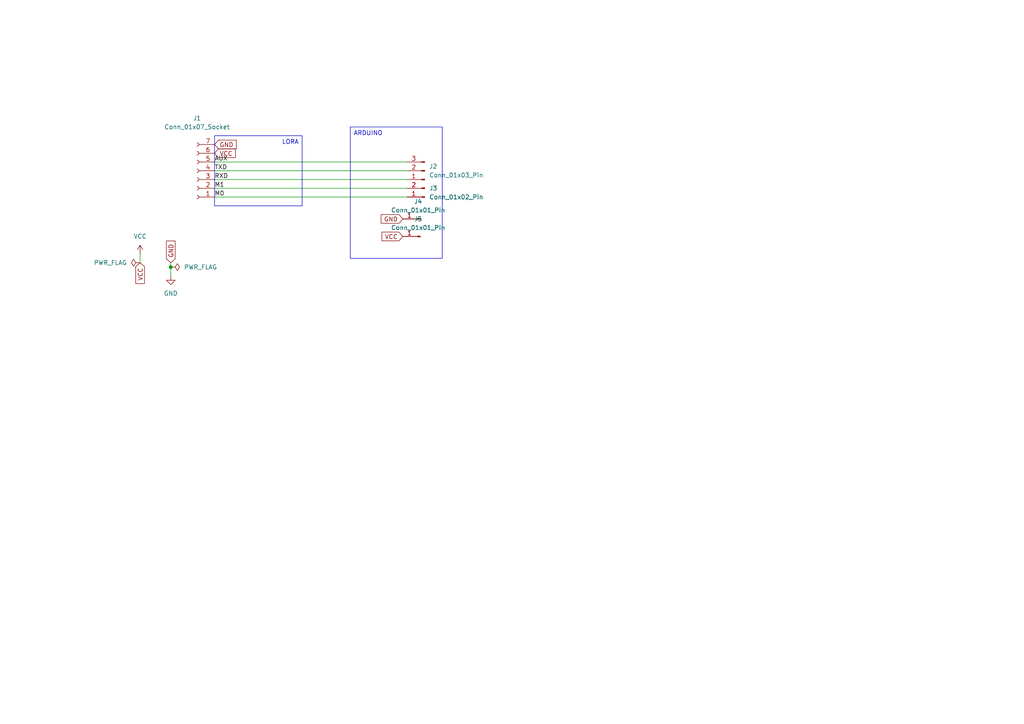
<source format=kicad_sch>
(kicad_sch (version 20230121) (generator eeschema)
  (paper "A4")
  (title_block (title "Projeto Teste LORA") (company "ANTARES") (comment 4 "Author: Gabriel Dias Vasconcelos"))
  (lib_symbols
    (symbol "Connector:Conn_01x01_Pin" (pin_names (offset 1.016) hide)
      (property "Reference" "J" (at 0 2.54 0))
      (property "Value" "Conn_01x01_Pin" (at 0 -2.54 0))
      (symbol "Conn_01x01_Pin_1_1"
        (polyline (pts (xy 1.27 0) (xy 0.8636 0)) (stroke (width 0.1524)))
        (rectangle (start 0.8636 0.127) (end 0 -0.127) (stroke (width 0.1524)) (fill (type outline)))
        (pin passive line (at 5.08 0 180) (length 3.81) (name "Pin_1") (number "1"))
      )
    )
    (symbol "Connector:Conn_01x02_Pin" (pin_names (offset 1.016) hide)
      (property "Reference" "J" (at 0 2.54 0))
      (property "Value" "Conn_01x02_Pin" (at 0 -5.08 0))
      (symbol "Conn_01x02_Pin_1_1"
        (polyline (pts (xy 1.27 -2.54) (xy 0.8636 -2.54)) (stroke (width 0.1524)))
        (polyline (pts (xy 1.27 0) (xy 0.8636 0)) (stroke (width 0.1524)))
        (rectangle (start 0.8636 -2.413) (end 0 -2.667) (stroke (width 0.1524)) (fill (type outline)))
        (rectangle (start 0.8636 0.127) (end 0 -0.127) (stroke (width 0.1524)) (fill (type outline)))
        (pin passive line (at 5.08 0 180) (length 3.81) (name "Pin_1") (number "1"))
        (pin passive line (at 5.08 -2.54 180) (length 3.81) (name "Pin_2") (number "2"))
      )
    )
    (symbol "Connector:Conn_01x03_Pin" (pin_names (offset 1.016) hide)
      (property "Reference" "J" (at 0 5.08 0))
      (property "Value" "Conn_01x03_Pin" (at 0 -5.08 0))
      (symbol "Conn_01x03_Pin_1_1"
        (polyline (pts (xy 1.27 -2.54) (xy 0.8636 -2.54)) (stroke (width 0.1524)))
        (polyline (pts (xy 1.27 0) (xy 0.8636 0)) (stroke (width 0.1524)))
        (polyline (pts (xy 1.27 2.54) (xy 0.8636 2.54)) (stroke (width 0.1524)))
        (rectangle (start 0.8636 -2.413) (end 0 -2.667) (stroke (width 0.1524)) (fill (type outline)))
        (rectangle (start 0.8636 0.127) (end 0 -0.127) (stroke (width 0.1524)) (fill (type outline)))
        (rectangle (start 0.8636 2.667) (end 0 2.413) (stroke (width 0.1524)) (fill (type outline)))
        (pin passive line (at 5.08 2.54 180) (length 3.81) (name "Pin_1") (number "1"))
        (pin passive line (at 5.08 0 180) (length 3.81) (name "Pin_2") (number "2"))
        (pin passive line (at 5.08 -2.54 180) (length 3.81) (name "Pin_3") (number "3"))
      )
    )
    (symbol "Connector:Conn_01x07_Socket" (pin_names (offset 1.016) hide)
      (property "Reference" "J" (at 0 10.16 0))
      (property "Value" "Conn_01x07_Socket" (at 0 -10.16 0))
      (symbol "Conn_01x07_Socket_1_1"
        (arc (start 0 -7.112) (mid -0.5058 -7.62) (end 0 -8.128) (stroke (width 0.1524)))
        (arc (start 0 -4.572) (mid -0.5058 -5.08) (end 0 -5.588) (stroke (width 0.1524)))
        (arc (start 0 -2.032) (mid -0.5058 -2.54) (end 0 -3.048) (stroke (width 0.1524)))
        (polyline (pts (xy -1.27 -7.62) (xy -0.508 -7.62)) (stroke (width 0.1524)))
        (polyline (pts (xy -1.27 -5.08) (xy -0.508 -5.08)) (stroke (width 0.1524)))
        (polyline (pts (xy -1.27 -2.54) (xy -0.508 -2.54)) (stroke (width 0.1524)))
        (polyline (pts (xy -1.27 0) (xy -0.508 0)) (stroke (width 0.1524)))
        (polyline (pts (xy -1.27 2.54) (xy -0.508 2.54)) (stroke (width 0.1524)))
        (polyline (pts (xy -1.27 5.08) (xy -0.508 5.08)) (stroke (width 0.1524)))
        (polyline (pts (xy -1.27 7.62) (xy -0.508 7.62)) (stroke (width 0.1524)))
        (arc (start 0 0.508) (mid -0.5058 0) (end 0 -0.508) (stroke (width 0.1524)))
        (arc (start 0 3.048) (mid -0.5058 2.54) (end 0 2.032) (stroke (width 0.1524)))
        (arc (start 0 5.588) (mid -0.5058 5.08) (end 0 4.572) (stroke (width 0.1524)))
        (arc (start 0 8.128) (mid -0.5058 7.62) (end 0 7.112) (stroke (width 0.1524)))
        (pin passive line (at -5.08 7.62 0) (length 3.81) (name "Pin_1") (number "1"))
        (pin passive line (at -5.08 5.08 0) (length 3.81) (name "Pin_2") (number "2"))
        (pin passive line (at -5.08 2.54 0) (length 3.81) (name "Pin_3") (number "3"))
        (pin passive line (at -5.08 0 0) (length 3.81) (name "Pin_4") (number "4"))
        (pin passive line (at -5.08 -2.54 0) (length 3.81) (name "Pin_5") (number "5"))
        (pin passive line (at -5.08 -5.08 0) (length 3.81) (name "Pin_6") (number "6"))
        (pin passive line (at -5.08 -7.62 0) (length 3.81) (name "Pin_7") (number "7"))
      )
    )
    (symbol "power:GND" (power) (pin_names (offset 0))
      (property "Value" "GND" (at 0 -3.81 0))
      (symbol "GND_0_1"
        (polyline (pts (xy 0 0) (xy 0 -1.27) (xy 1.27 -1.27) (xy 0 -2.54) (xy -1.27 -1.27) (xy 0 -1.27)))
      )
      (symbol "GND_1_1"
        (pin power_in line (at 0 0 270) (length 0) hide (name "GND") (number "1"))
      )
    )
    (symbol "power:PWR_FLAG" (power) (pin_numbers hide) (pin_names (offset 0) hide)
      (property "Value" "PWR_FLAG" (at 0 3.81 0))
      (symbol "PWR_FLAG_0_0"
        (pin power_out line (at 0 0 90) (length 0) (name "pwr") (number "1"))
      )
      (symbol "PWR_FLAG_0_1"
        (polyline (pts (xy 0 0) (xy 0 1.27) (xy -1.016 1.905) (xy 0 2.54) (xy 1.016 1.905) (xy 0 1.27)))
      )
    )
    (symbol "power:VCC" (power) (pin_names (offset 0))
      (property "Value" "VCC" (at 0 3.81 0))
      (symbol "VCC_0_1"
        (polyline (pts (xy -0.762 1.27) (xy 0 2.54)))
        (polyline (pts (xy 0 0) (xy 0 2.54)))
        (polyline (pts (xy 0 2.54) (xy 0.762 1.27)))
      )
      (symbol "VCC_1_1"
        (pin power_in line (at 0 0 90) (length 0) hide (name "VCC") (number "1"))
      )
    )
  )
  (junction (at 49.53 77.47))
  (wire (pts (xy 62.23 57.15) (xy 118.11 57.15)))
  (wire (pts (xy 49.53 76.2) (xy 49.53 77.47)))
  (wire (pts (xy 62.23 46.99) (xy 118.11 46.99)))
  (wire (pts (xy 40.64 76.2) (xy 40.64 73.66)))
  (wire (pts (xy 62.23 52.07) (xy 118.11 52.07)))
  (wire (pts (xy 62.23 49.53) (xy 118.11 49.53)))
  (wire (pts (xy 49.53 77.47) (xy 49.53 80.01)))
  (wire (pts (xy 62.23 54.61) (xy 118.11 54.61)))
  (text_box "												LORA\n" (at 62.23 39.37 0) (size 25.4 20.32) (effects (font (size 1.27 1.27)) (justify right top)))
  (text_box "ARDUINO" (at 101.6 36.83 0) (size 26.67 38.1) (effects (font (size 1.27 1.27)) (justify left top)))
  (label "RXD" (at 62.23 52.07 0))
  (label "AUX" (at 62.23 46.99 0))
  (label "M0" (at 62.23 57.15 0))
  (label "TXD" (at 62.23 49.53 0))
  (label "M1" (at 62.23 54.61 0))
  (global_label "VCC" (shape input) (at 116.84 68.58 180) (property "Intersheetrefs" "${INTERSHEET_REFS}" (effects hide)))
  (global_label "VCC" (shape input) (at 40.64 76.2 270) (property "Intersheetrefs" "${INTERSHEET_REFS}" (effects hide)))
  (global_label "VCC" (shape input) (at 62.23 44.45 0) (property "Intersheetrefs" "${INTERSHEET_REFS}" (effects hide)))
  (global_label "GND" (shape input) (at 116.84 63.5 180) (property "Intersheetrefs" "${INTERSHEET_REFS}" (effects hide)))
  (global_label "GND" (shape input) (at 49.53 76.2 90) (property "Intersheetrefs" "${INTERSHEET_REFS}" (effects hide)))
  (global_label "GND" (shape input) (at 62.23 41.91 0) (property "Intersheetrefs" "${INTERSHEET_REFS}" (effects hide)))
  (symbol (lib_id "power:GND") (at 49.53 80.01 0) (unit 1)
    (property "Reference" "#PWR02" (effects hide))
    (property "Value" "GND" (at 49.53 85.09 0))
  )
  (symbol (lib_id "Connector:Conn_01x01_Pin") (at 121.92 68.58 180) (unit 1)
    (property "Reference" "J5" (at 121.285 63.5 0))
    (property "Value" "Conn_01x01_Pin" (at 121.285 66.04 0))
    (property "Footprint" "Connector_PinSocket_2.00mm:PinSocket_1x01_P2.00mm_Vertical" (effects hide))
  )
  (symbol (lib_id "power:PWR_FLAG") (at 49.53 77.47 270) (unit 1)
    (property "Reference" "#FLG01" (effects hide))
    (property "Value" "PWR_FLAG" (at 53.34 77.47 90) (effects (justify left)))
  )
  (symbol (lib_id "power:VCC") (at 40.64 73.66 0) (unit 1)
    (property "Reference" "#PWR01" (effects hide))
    (property "Value" "VCC" (at 40.64 68.58 0))
  )
  (symbol (lib_id "Connector:Conn_01x02_Pin") (at 123.19 57.15 180) (unit 1)
    (property "Reference" "J3" (at 124.46 54.61 0) (effects (justify right)))
    (property "Value" "Conn_01x02_Pin" (at 124.46 57.15 0) (effects (justify right)))
    (property "Footprint" "Connector_PinSocket_2.54mm:PinSocket_1x02_P2.54mm_Vertical" (effects hide))
  )
  (symbol (lib_id "Connector:Conn_01x03_Pin") (at 123.19 49.53 180) (unit 1)
    (property "Reference" "J2" (at 124.46 48.26 0) (effects (justify right)))
    (property "Value" "Conn_01x03_Pin" (at 124.46 50.8 0) (effects (justify right)))
    (property "Footprint" "Connector_PinSocket_2.54mm:PinSocket_1x03_P2.54mm_Vertical" (effects hide))
  )
  (symbol (lib_id "power:PWR_FLAG") (at 40.64 76.2 90) (unit 1)
    (property "Reference" "#FLG02" (effects hide))
    (property "Value" "PWR_FLAG" (at 36.83 76.2 90) (effects (justify left)))
  )
  (symbol (lib_id "Connector:Conn_01x07_Socket") (at 57.15 49.53 180) (unit 1)
    (property "Reference" "J1" (at 57.15 34.29 0))
    (property "Value" "Conn_01x07_Socket" (at 57.15 36.83 0))
    (property "Footprint" "Connector_PinSocket_2.54mm:PinSocket_1x07_P2.54mm_Vertical" (effects hide))
  )
  (symbol (lib_id "Connector:Conn_01x01_Pin") (at 121.92 63.5 180) (unit 1)
    (property "Reference" "J4" (at 121.285 58.42 0))
    (property "Value" "Conn_01x01_Pin" (at 121.285 60.96 0))
    (property "Footprint" "Connector_PinSocket_2.00mm:PinSocket_1x01_P2.00mm_Vertical" (effects hide))
  )
)
</source>
